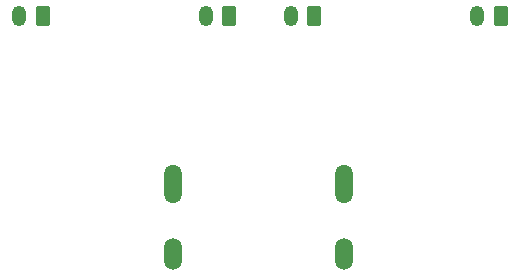
<source format=gbr>
%TF.GenerationSoftware,KiCad,Pcbnew,(6.0.5)*%
%TF.CreationDate,2022-06-06T16:52:35-06:00*%
%TF.ProjectId,15Pin_Fanout,31355069-6e5f-4466-916e-6f75742e6b69,rev?*%
%TF.SameCoordinates,Original*%
%TF.FileFunction,Soldermask,Bot*%
%TF.FilePolarity,Negative*%
%FSLAX46Y46*%
G04 Gerber Fmt 4.6, Leading zero omitted, Abs format (unit mm)*
G04 Created by KiCad (PCBNEW (6.0.5)) date 2022-06-06 16:52:35*
%MOMM*%
%LPD*%
G01*
G04 APERTURE LIST*
G04 Aperture macros list*
%AMRoundRect*
0 Rectangle with rounded corners*
0 $1 Rounding radius*
0 $2 $3 $4 $5 $6 $7 $8 $9 X,Y pos of 4 corners*
0 Add a 4 corners polygon primitive as box body*
4,1,4,$2,$3,$4,$5,$6,$7,$8,$9,$2,$3,0*
0 Add four circle primitives for the rounded corners*
1,1,$1+$1,$2,$3*
1,1,$1+$1,$4,$5*
1,1,$1+$1,$6,$7*
1,1,$1+$1,$8,$9*
0 Add four rect primitives between the rounded corners*
20,1,$1+$1,$2,$3,$4,$5,0*
20,1,$1+$1,$4,$5,$6,$7,0*
20,1,$1+$1,$6,$7,$8,$9,0*
20,1,$1+$1,$8,$9,$2,$3,0*%
G04 Aperture macros list end*
%ADD10RoundRect,0.250000X0.350000X0.625000X-0.350000X0.625000X-0.350000X-0.625000X0.350000X-0.625000X0*%
%ADD11O,1.200000X1.750000*%
%ADD12O,1.500000X3.300000*%
%ADD13O,1.500000X2.700000*%
G04 APERTURE END LIST*
D10*
%TO.C,J3*%
X-2474000Y16750000D03*
D11*
X-4474000Y16750000D03*
%TD*%
D10*
%TO.C,J5*%
X4726000Y16750000D03*
D11*
X2726000Y16750000D03*
%TD*%
D10*
%TO.C,J4*%
X-18250000Y16750000D03*
D11*
X-20250000Y16750000D03*
%TD*%
D10*
%TO.C,J2*%
X20526000Y16750000D03*
D11*
X18526000Y16750000D03*
%TD*%
D12*
%TO.C,J1*%
X-7250000Y2564000D03*
X7250000Y2564000D03*
D13*
X-7250000Y-3396000D03*
X7250000Y-3396000D03*
%TD*%
M02*

</source>
